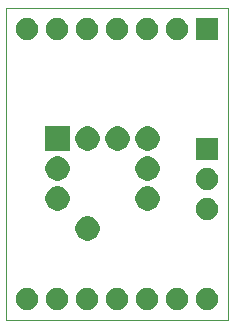
<source format=gbr>
G04 #@! TF.GenerationSoftware,KiCad,Pcbnew,(5.1.5)-3*
G04 #@! TF.CreationDate,2020-07-28T21:27:20+02:00*
G04 #@! TF.ProjectId,switch,73776974-6368-42e6-9b69-6361645f7063,rev?*
G04 #@! TF.SameCoordinates,PX18f3350PY2d4c310*
G04 #@! TF.FileFunction,Soldermask,Top*
G04 #@! TF.FilePolarity,Negative*
%FSLAX46Y46*%
G04 Gerber Fmt 4.6, Leading zero omitted, Abs format (unit mm)*
G04 Created by KiCad (PCBNEW (5.1.5)-3) date 2020-07-28 21:27:20*
%MOMM*%
%LPD*%
G04 APERTURE LIST*
%ADD10C,0.050000*%
%ADD11C,0.020000*%
G04 APERTURE END LIST*
D10*
X18796000Y26416000D02*
X0Y26416000D01*
X18796000Y0D02*
X18796000Y26416000D01*
X0Y0D02*
X18796000Y0D01*
X0Y26416000D02*
X0Y0D01*
D11*
G36*
X12211867Y2680819D02*
G01*
X12382736Y2610042D01*
X12536514Y2507291D01*
X12667291Y2376514D01*
X12770042Y2222736D01*
X12840819Y2051867D01*
X12876900Y1870474D01*
X12876900Y1685526D01*
X12840819Y1504133D01*
X12770042Y1333264D01*
X12667291Y1179486D01*
X12536514Y1048709D01*
X12382736Y945958D01*
X12211867Y875181D01*
X12030474Y839100D01*
X11845526Y839100D01*
X11664133Y875181D01*
X11493264Y945958D01*
X11339486Y1048709D01*
X11208709Y1179486D01*
X11105958Y1333264D01*
X11035181Y1504133D01*
X10999100Y1685526D01*
X10999100Y1870474D01*
X11035181Y2051867D01*
X11105958Y2222736D01*
X11208709Y2376514D01*
X11339486Y2507291D01*
X11493264Y2610042D01*
X11664133Y2680819D01*
X11845526Y2716900D01*
X12030474Y2716900D01*
X12211867Y2680819D01*
G37*
G36*
X9671867Y2680819D02*
G01*
X9842736Y2610042D01*
X9996514Y2507291D01*
X10127291Y2376514D01*
X10230042Y2222736D01*
X10300819Y2051867D01*
X10336900Y1870474D01*
X10336900Y1685526D01*
X10300819Y1504133D01*
X10230042Y1333264D01*
X10127291Y1179486D01*
X9996514Y1048709D01*
X9842736Y945958D01*
X9671867Y875181D01*
X9490474Y839100D01*
X9305526Y839100D01*
X9124133Y875181D01*
X8953264Y945958D01*
X8799486Y1048709D01*
X8668709Y1179486D01*
X8565958Y1333264D01*
X8495181Y1504133D01*
X8459100Y1685526D01*
X8459100Y1870474D01*
X8495181Y2051867D01*
X8565958Y2222736D01*
X8668709Y2376514D01*
X8799486Y2507291D01*
X8953264Y2610042D01*
X9124133Y2680819D01*
X9305526Y2716900D01*
X9490474Y2716900D01*
X9671867Y2680819D01*
G37*
G36*
X7131867Y2680819D02*
G01*
X7302736Y2610042D01*
X7456514Y2507291D01*
X7587291Y2376514D01*
X7690042Y2222736D01*
X7760819Y2051867D01*
X7796900Y1870474D01*
X7796900Y1685526D01*
X7760819Y1504133D01*
X7690042Y1333264D01*
X7587291Y1179486D01*
X7456514Y1048709D01*
X7302736Y945958D01*
X7131867Y875181D01*
X6950474Y839100D01*
X6765526Y839100D01*
X6584133Y875181D01*
X6413264Y945958D01*
X6259486Y1048709D01*
X6128709Y1179486D01*
X6025958Y1333264D01*
X5955181Y1504133D01*
X5919100Y1685526D01*
X5919100Y1870474D01*
X5955181Y2051867D01*
X6025958Y2222736D01*
X6128709Y2376514D01*
X6259486Y2507291D01*
X6413264Y2610042D01*
X6584133Y2680819D01*
X6765526Y2716900D01*
X6950474Y2716900D01*
X7131867Y2680819D01*
G37*
G36*
X4591867Y2680819D02*
G01*
X4762736Y2610042D01*
X4916514Y2507291D01*
X5047291Y2376514D01*
X5150042Y2222736D01*
X5220819Y2051867D01*
X5256900Y1870474D01*
X5256900Y1685526D01*
X5220819Y1504133D01*
X5150042Y1333264D01*
X5047291Y1179486D01*
X4916514Y1048709D01*
X4762736Y945958D01*
X4591867Y875181D01*
X4410474Y839100D01*
X4225526Y839100D01*
X4044133Y875181D01*
X3873264Y945958D01*
X3719486Y1048709D01*
X3588709Y1179486D01*
X3485958Y1333264D01*
X3415181Y1504133D01*
X3379100Y1685526D01*
X3379100Y1870474D01*
X3415181Y2051867D01*
X3485958Y2222736D01*
X3588709Y2376514D01*
X3719486Y2507291D01*
X3873264Y2610042D01*
X4044133Y2680819D01*
X4225526Y2716900D01*
X4410474Y2716900D01*
X4591867Y2680819D01*
G37*
G36*
X2051867Y2680819D02*
G01*
X2222736Y2610042D01*
X2376514Y2507291D01*
X2507291Y2376514D01*
X2610042Y2222736D01*
X2680819Y2051867D01*
X2716900Y1870474D01*
X2716900Y1685526D01*
X2680819Y1504133D01*
X2610042Y1333264D01*
X2507291Y1179486D01*
X2376514Y1048709D01*
X2222736Y945958D01*
X2051867Y875181D01*
X1870474Y839100D01*
X1685526Y839100D01*
X1504133Y875181D01*
X1333264Y945958D01*
X1179486Y1048709D01*
X1048709Y1179486D01*
X945958Y1333264D01*
X875181Y1504133D01*
X839100Y1685526D01*
X839100Y1870474D01*
X875181Y2051867D01*
X945958Y2222736D01*
X1048709Y2376514D01*
X1179486Y2507291D01*
X1333264Y2610042D01*
X1504133Y2680819D01*
X1685526Y2716900D01*
X1870474Y2716900D01*
X2051867Y2680819D01*
G37*
G36*
X17291867Y2680819D02*
G01*
X17462736Y2610042D01*
X17616514Y2507291D01*
X17747291Y2376514D01*
X17850042Y2222736D01*
X17920819Y2051867D01*
X17956900Y1870474D01*
X17956900Y1685526D01*
X17920819Y1504133D01*
X17850042Y1333264D01*
X17747291Y1179486D01*
X17616514Y1048709D01*
X17462736Y945958D01*
X17291867Y875181D01*
X17110474Y839100D01*
X16925526Y839100D01*
X16744133Y875181D01*
X16573264Y945958D01*
X16419486Y1048709D01*
X16288709Y1179486D01*
X16185958Y1333264D01*
X16115181Y1504133D01*
X16079100Y1685526D01*
X16079100Y1870474D01*
X16115181Y2051867D01*
X16185958Y2222736D01*
X16288709Y2376514D01*
X16419486Y2507291D01*
X16573264Y2610042D01*
X16744133Y2680819D01*
X16925526Y2716900D01*
X17110474Y2716900D01*
X17291867Y2680819D01*
G37*
G36*
X14751867Y2680819D02*
G01*
X14922736Y2610042D01*
X15076514Y2507291D01*
X15207291Y2376514D01*
X15310042Y2222736D01*
X15380819Y2051867D01*
X15416900Y1870474D01*
X15416900Y1685526D01*
X15380819Y1504133D01*
X15310042Y1333264D01*
X15207291Y1179486D01*
X15076514Y1048709D01*
X14922736Y945958D01*
X14751867Y875181D01*
X14570474Y839100D01*
X14385526Y839100D01*
X14204133Y875181D01*
X14033264Y945958D01*
X13879486Y1048709D01*
X13748709Y1179486D01*
X13645958Y1333264D01*
X13575181Y1504133D01*
X13539100Y1685526D01*
X13539100Y1870474D01*
X13575181Y2051867D01*
X13645958Y2222736D01*
X13748709Y2376514D01*
X13879486Y2507291D01*
X14033264Y2610042D01*
X14204133Y2680819D01*
X14385526Y2716900D01*
X14570474Y2716900D01*
X14751867Y2680819D01*
G37*
G36*
X7213533Y8745977D02*
G01*
X7213535Y8745976D01*
X7213536Y8745976D01*
X7400074Y8668709D01*
X7402604Y8667661D01*
X7572762Y8553965D01*
X7717465Y8409262D01*
X7831161Y8239104D01*
X7909477Y8050033D01*
X7949400Y7849323D01*
X7949400Y7644677D01*
X7909477Y7443967D01*
X7831161Y7254896D01*
X7717465Y7084738D01*
X7572762Y6940035D01*
X7402604Y6826339D01*
X7213536Y6748024D01*
X7213535Y6748024D01*
X7213533Y6748023D01*
X7012823Y6708100D01*
X6808177Y6708100D01*
X6607467Y6748023D01*
X6607465Y6748024D01*
X6607464Y6748024D01*
X6418396Y6826339D01*
X6248238Y6940035D01*
X6103535Y7084738D01*
X5989839Y7254896D01*
X5911523Y7443967D01*
X5871600Y7644677D01*
X5871600Y7849323D01*
X5911523Y8050033D01*
X5989839Y8239104D01*
X6103535Y8409262D01*
X6248238Y8553965D01*
X6418396Y8667661D01*
X6420926Y8668709D01*
X6607464Y8745976D01*
X6607465Y8745976D01*
X6607467Y8745977D01*
X6808177Y8785900D01*
X7012823Y8785900D01*
X7213533Y8745977D01*
G37*
G36*
X17291867Y10300819D02*
G01*
X17462736Y10230042D01*
X17616514Y10127291D01*
X17747291Y9996514D01*
X17850042Y9842736D01*
X17920819Y9671867D01*
X17956900Y9490474D01*
X17956900Y9305526D01*
X17920819Y9124133D01*
X17850042Y8953264D01*
X17747291Y8799486D01*
X17616514Y8668709D01*
X17462736Y8565958D01*
X17291867Y8495181D01*
X17110474Y8459100D01*
X16925526Y8459100D01*
X16744133Y8495181D01*
X16573264Y8565958D01*
X16419486Y8668709D01*
X16288709Y8799486D01*
X16185958Y8953264D01*
X16115181Y9124133D01*
X16079100Y9305526D01*
X16079100Y9490474D01*
X16115181Y9671867D01*
X16185958Y9842736D01*
X16288709Y9996514D01*
X16419486Y10127291D01*
X16573264Y10230042D01*
X16744133Y10300819D01*
X16925526Y10336900D01*
X17110474Y10336900D01*
X17291867Y10300819D01*
G37*
G36*
X12293533Y11285977D02*
G01*
X12293535Y11285976D01*
X12293536Y11285976D01*
X12480074Y11208709D01*
X12482604Y11207661D01*
X12652762Y11093965D01*
X12797465Y10949262D01*
X12911161Y10779104D01*
X12989477Y10590033D01*
X13029400Y10389323D01*
X13029400Y10184677D01*
X12989477Y9983967D01*
X12911161Y9794896D01*
X12797465Y9624738D01*
X12652762Y9480035D01*
X12482604Y9366339D01*
X12293536Y9288024D01*
X12293535Y9288024D01*
X12293533Y9288023D01*
X12092823Y9248100D01*
X11888177Y9248100D01*
X11687467Y9288023D01*
X11687465Y9288024D01*
X11687464Y9288024D01*
X11498396Y9366339D01*
X11328238Y9480035D01*
X11183535Y9624738D01*
X11069839Y9794896D01*
X10991523Y9983967D01*
X10951600Y10184677D01*
X10951600Y10389323D01*
X10991523Y10590033D01*
X11069839Y10779104D01*
X11183535Y10949262D01*
X11328238Y11093965D01*
X11498396Y11207661D01*
X11500926Y11208709D01*
X11687464Y11285976D01*
X11687465Y11285976D01*
X11687467Y11285977D01*
X11888177Y11325900D01*
X12092823Y11325900D01*
X12293533Y11285977D01*
G37*
G36*
X4673533Y11285977D02*
G01*
X4673535Y11285976D01*
X4673536Y11285976D01*
X4860074Y11208709D01*
X4862604Y11207661D01*
X5032762Y11093965D01*
X5177465Y10949262D01*
X5291161Y10779104D01*
X5369477Y10590033D01*
X5409400Y10389323D01*
X5409400Y10184677D01*
X5369477Y9983967D01*
X5291161Y9794896D01*
X5177465Y9624738D01*
X5032762Y9480035D01*
X4862604Y9366339D01*
X4673536Y9288024D01*
X4673535Y9288024D01*
X4673533Y9288023D01*
X4472823Y9248100D01*
X4268177Y9248100D01*
X4067467Y9288023D01*
X4067465Y9288024D01*
X4067464Y9288024D01*
X3878396Y9366339D01*
X3708238Y9480035D01*
X3563535Y9624738D01*
X3449839Y9794896D01*
X3371523Y9983967D01*
X3331600Y10184677D01*
X3331600Y10389323D01*
X3371523Y10590033D01*
X3449839Y10779104D01*
X3563535Y10949262D01*
X3708238Y11093965D01*
X3878396Y11207661D01*
X3880926Y11208709D01*
X4067464Y11285976D01*
X4067465Y11285976D01*
X4067467Y11285977D01*
X4268177Y11325900D01*
X4472823Y11325900D01*
X4673533Y11285977D01*
G37*
G36*
X17291867Y12840819D02*
G01*
X17462736Y12770042D01*
X17616514Y12667291D01*
X17747291Y12536514D01*
X17850042Y12382736D01*
X17920819Y12211867D01*
X17956900Y12030474D01*
X17956900Y11845526D01*
X17920819Y11664133D01*
X17850042Y11493264D01*
X17747291Y11339486D01*
X17616514Y11208709D01*
X17462736Y11105958D01*
X17291867Y11035181D01*
X17110474Y10999100D01*
X16925526Y10999100D01*
X16744133Y11035181D01*
X16573264Y11105958D01*
X16419486Y11208709D01*
X16288709Y11339486D01*
X16185958Y11493264D01*
X16115181Y11664133D01*
X16079100Y11845526D01*
X16079100Y12030474D01*
X16115181Y12211867D01*
X16185958Y12382736D01*
X16288709Y12536514D01*
X16419486Y12667291D01*
X16573264Y12770042D01*
X16744133Y12840819D01*
X16925526Y12876900D01*
X17110474Y12876900D01*
X17291867Y12840819D01*
G37*
G36*
X12293533Y13825977D02*
G01*
X12293535Y13825976D01*
X12293536Y13825976D01*
X12482604Y13747661D01*
X12652762Y13633965D01*
X12797465Y13489262D01*
X12911161Y13319104D01*
X12989477Y13130033D01*
X13029400Y12929323D01*
X13029400Y12724677D01*
X12989477Y12523967D01*
X12911161Y12334896D01*
X12797465Y12164738D01*
X12652762Y12020035D01*
X12482604Y11906339D01*
X12293536Y11828024D01*
X12293535Y11828024D01*
X12293533Y11828023D01*
X12092823Y11788100D01*
X11888177Y11788100D01*
X11687467Y11828023D01*
X11687465Y11828024D01*
X11687464Y11828024D01*
X11498396Y11906339D01*
X11328238Y12020035D01*
X11183535Y12164738D01*
X11069839Y12334896D01*
X10991523Y12523967D01*
X10951600Y12724677D01*
X10951600Y12929323D01*
X10991523Y13130033D01*
X11069839Y13319104D01*
X11183535Y13489262D01*
X11328238Y13633965D01*
X11498396Y13747661D01*
X11687464Y13825976D01*
X11687465Y13825976D01*
X11687467Y13825977D01*
X11888177Y13865900D01*
X12092823Y13865900D01*
X12293533Y13825977D01*
G37*
G36*
X4673533Y13825977D02*
G01*
X4673535Y13825976D01*
X4673536Y13825976D01*
X4862604Y13747661D01*
X5032762Y13633965D01*
X5177465Y13489262D01*
X5291161Y13319104D01*
X5369477Y13130033D01*
X5409400Y12929323D01*
X5409400Y12724677D01*
X5369477Y12523967D01*
X5291161Y12334896D01*
X5177465Y12164738D01*
X5032762Y12020035D01*
X4862604Y11906339D01*
X4673536Y11828024D01*
X4673535Y11828024D01*
X4673533Y11828023D01*
X4472823Y11788100D01*
X4268177Y11788100D01*
X4067467Y11828023D01*
X4067465Y11828024D01*
X4067464Y11828024D01*
X3878396Y11906339D01*
X3708238Y12020035D01*
X3563535Y12164738D01*
X3449839Y12334896D01*
X3371523Y12523967D01*
X3331600Y12724677D01*
X3331600Y12929323D01*
X3371523Y13130033D01*
X3449839Y13319104D01*
X3563535Y13489262D01*
X3708238Y13633965D01*
X3878396Y13747661D01*
X4067464Y13825976D01*
X4067465Y13825976D01*
X4067467Y13825977D01*
X4268177Y13865900D01*
X4472823Y13865900D01*
X4673533Y13825977D01*
G37*
G36*
X17956900Y13539100D02*
G01*
X16079100Y13539100D01*
X16079100Y15416900D01*
X17956900Y15416900D01*
X17956900Y13539100D01*
G37*
G36*
X5409400Y14328100D02*
G01*
X3331600Y14328100D01*
X3331600Y16405900D01*
X5409400Y16405900D01*
X5409400Y14328100D01*
G37*
G36*
X12293533Y16365977D02*
G01*
X12293535Y16365976D01*
X12293536Y16365976D01*
X12482604Y16287661D01*
X12652762Y16173965D01*
X12797465Y16029262D01*
X12911161Y15859104D01*
X12989477Y15670033D01*
X13029400Y15469323D01*
X13029400Y15264677D01*
X12989477Y15063967D01*
X12911161Y14874896D01*
X12797465Y14704738D01*
X12652762Y14560035D01*
X12482604Y14446339D01*
X12293536Y14368024D01*
X12293535Y14368024D01*
X12293533Y14368023D01*
X12092823Y14328100D01*
X11888177Y14328100D01*
X11687467Y14368023D01*
X11687465Y14368024D01*
X11687464Y14368024D01*
X11498396Y14446339D01*
X11328238Y14560035D01*
X11183535Y14704738D01*
X11069839Y14874896D01*
X10991523Y15063967D01*
X10951600Y15264677D01*
X10951600Y15469323D01*
X10991523Y15670033D01*
X11069839Y15859104D01*
X11183535Y16029262D01*
X11328238Y16173965D01*
X11498396Y16287661D01*
X11687464Y16365976D01*
X11687465Y16365976D01*
X11687467Y16365977D01*
X11888177Y16405900D01*
X12092823Y16405900D01*
X12293533Y16365977D01*
G37*
G36*
X9753533Y16365977D02*
G01*
X9753535Y16365976D01*
X9753536Y16365976D01*
X9942604Y16287661D01*
X10112762Y16173965D01*
X10257465Y16029262D01*
X10371161Y15859104D01*
X10449477Y15670033D01*
X10489400Y15469323D01*
X10489400Y15264677D01*
X10449477Y15063967D01*
X10371161Y14874896D01*
X10257465Y14704738D01*
X10112762Y14560035D01*
X9942604Y14446339D01*
X9753536Y14368024D01*
X9753535Y14368024D01*
X9753533Y14368023D01*
X9552823Y14328100D01*
X9348177Y14328100D01*
X9147467Y14368023D01*
X9147465Y14368024D01*
X9147464Y14368024D01*
X8958396Y14446339D01*
X8788238Y14560035D01*
X8643535Y14704738D01*
X8529839Y14874896D01*
X8451523Y15063967D01*
X8411600Y15264677D01*
X8411600Y15469323D01*
X8451523Y15670033D01*
X8529839Y15859104D01*
X8643535Y16029262D01*
X8788238Y16173965D01*
X8958396Y16287661D01*
X9147464Y16365976D01*
X9147465Y16365976D01*
X9147467Y16365977D01*
X9348177Y16405900D01*
X9552823Y16405900D01*
X9753533Y16365977D01*
G37*
G36*
X7213533Y16365977D02*
G01*
X7213535Y16365976D01*
X7213536Y16365976D01*
X7402604Y16287661D01*
X7572762Y16173965D01*
X7717465Y16029262D01*
X7831161Y15859104D01*
X7909477Y15670033D01*
X7949400Y15469323D01*
X7949400Y15264677D01*
X7909477Y15063967D01*
X7831161Y14874896D01*
X7717465Y14704738D01*
X7572762Y14560035D01*
X7402604Y14446339D01*
X7213536Y14368024D01*
X7213535Y14368024D01*
X7213533Y14368023D01*
X7012823Y14328100D01*
X6808177Y14328100D01*
X6607467Y14368023D01*
X6607465Y14368024D01*
X6607464Y14368024D01*
X6418396Y14446339D01*
X6248238Y14560035D01*
X6103535Y14704738D01*
X5989839Y14874896D01*
X5911523Y15063967D01*
X5871600Y15264677D01*
X5871600Y15469323D01*
X5911523Y15670033D01*
X5989839Y15859104D01*
X6103535Y16029262D01*
X6248238Y16173965D01*
X6418396Y16287661D01*
X6607464Y16365976D01*
X6607465Y16365976D01*
X6607467Y16365977D01*
X6808177Y16405900D01*
X7012823Y16405900D01*
X7213533Y16365977D01*
G37*
G36*
X12211867Y25540819D02*
G01*
X12382736Y25470042D01*
X12536514Y25367291D01*
X12667291Y25236514D01*
X12770042Y25082736D01*
X12840819Y24911867D01*
X12876900Y24730474D01*
X12876900Y24545526D01*
X12840819Y24364133D01*
X12770042Y24193264D01*
X12667291Y24039486D01*
X12536514Y23908709D01*
X12382736Y23805958D01*
X12211867Y23735181D01*
X12030474Y23699100D01*
X11845526Y23699100D01*
X11664133Y23735181D01*
X11493264Y23805958D01*
X11339486Y23908709D01*
X11208709Y24039486D01*
X11105958Y24193264D01*
X11035181Y24364133D01*
X10999100Y24545526D01*
X10999100Y24730474D01*
X11035181Y24911867D01*
X11105958Y25082736D01*
X11208709Y25236514D01*
X11339486Y25367291D01*
X11493264Y25470042D01*
X11664133Y25540819D01*
X11845526Y25576900D01*
X12030474Y25576900D01*
X12211867Y25540819D01*
G37*
G36*
X2051867Y25540819D02*
G01*
X2222736Y25470042D01*
X2376514Y25367291D01*
X2507291Y25236514D01*
X2610042Y25082736D01*
X2680819Y24911867D01*
X2716900Y24730474D01*
X2716900Y24545526D01*
X2680819Y24364133D01*
X2610042Y24193264D01*
X2507291Y24039486D01*
X2376514Y23908709D01*
X2222736Y23805958D01*
X2051867Y23735181D01*
X1870474Y23699100D01*
X1685526Y23699100D01*
X1504133Y23735181D01*
X1333264Y23805958D01*
X1179486Y23908709D01*
X1048709Y24039486D01*
X945958Y24193264D01*
X875181Y24364133D01*
X839100Y24545526D01*
X839100Y24730474D01*
X875181Y24911867D01*
X945958Y25082736D01*
X1048709Y25236514D01*
X1179486Y25367291D01*
X1333264Y25470042D01*
X1504133Y25540819D01*
X1685526Y25576900D01*
X1870474Y25576900D01*
X2051867Y25540819D01*
G37*
G36*
X4591867Y25540819D02*
G01*
X4762736Y25470042D01*
X4916514Y25367291D01*
X5047291Y25236514D01*
X5150042Y25082736D01*
X5220819Y24911867D01*
X5256900Y24730474D01*
X5256900Y24545526D01*
X5220819Y24364133D01*
X5150042Y24193264D01*
X5047291Y24039486D01*
X4916514Y23908709D01*
X4762736Y23805958D01*
X4591867Y23735181D01*
X4410474Y23699100D01*
X4225526Y23699100D01*
X4044133Y23735181D01*
X3873264Y23805958D01*
X3719486Y23908709D01*
X3588709Y24039486D01*
X3485958Y24193264D01*
X3415181Y24364133D01*
X3379100Y24545526D01*
X3379100Y24730474D01*
X3415181Y24911867D01*
X3485958Y25082736D01*
X3588709Y25236514D01*
X3719486Y25367291D01*
X3873264Y25470042D01*
X4044133Y25540819D01*
X4225526Y25576900D01*
X4410474Y25576900D01*
X4591867Y25540819D01*
G37*
G36*
X7131867Y25540819D02*
G01*
X7302736Y25470042D01*
X7456514Y25367291D01*
X7587291Y25236514D01*
X7690042Y25082736D01*
X7760819Y24911867D01*
X7796900Y24730474D01*
X7796900Y24545526D01*
X7760819Y24364133D01*
X7690042Y24193264D01*
X7587291Y24039486D01*
X7456514Y23908709D01*
X7302736Y23805958D01*
X7131867Y23735181D01*
X6950474Y23699100D01*
X6765526Y23699100D01*
X6584133Y23735181D01*
X6413264Y23805958D01*
X6259486Y23908709D01*
X6128709Y24039486D01*
X6025958Y24193264D01*
X5955181Y24364133D01*
X5919100Y24545526D01*
X5919100Y24730474D01*
X5955181Y24911867D01*
X6025958Y25082736D01*
X6128709Y25236514D01*
X6259486Y25367291D01*
X6413264Y25470042D01*
X6584133Y25540819D01*
X6765526Y25576900D01*
X6950474Y25576900D01*
X7131867Y25540819D01*
G37*
G36*
X9671867Y25540819D02*
G01*
X9842736Y25470042D01*
X9996514Y25367291D01*
X10127291Y25236514D01*
X10230042Y25082736D01*
X10300819Y24911867D01*
X10336900Y24730474D01*
X10336900Y24545526D01*
X10300819Y24364133D01*
X10230042Y24193264D01*
X10127291Y24039486D01*
X9996514Y23908709D01*
X9842736Y23805958D01*
X9671867Y23735181D01*
X9490474Y23699100D01*
X9305526Y23699100D01*
X9124133Y23735181D01*
X8953264Y23805958D01*
X8799486Y23908709D01*
X8668709Y24039486D01*
X8565958Y24193264D01*
X8495181Y24364133D01*
X8459100Y24545526D01*
X8459100Y24730474D01*
X8495181Y24911867D01*
X8565958Y25082736D01*
X8668709Y25236514D01*
X8799486Y25367291D01*
X8953264Y25470042D01*
X9124133Y25540819D01*
X9305526Y25576900D01*
X9490474Y25576900D01*
X9671867Y25540819D01*
G37*
G36*
X14751867Y25540819D02*
G01*
X14922736Y25470042D01*
X15076514Y25367291D01*
X15207291Y25236514D01*
X15310042Y25082736D01*
X15380819Y24911867D01*
X15416900Y24730474D01*
X15416900Y24545526D01*
X15380819Y24364133D01*
X15310042Y24193264D01*
X15207291Y24039486D01*
X15076514Y23908709D01*
X14922736Y23805958D01*
X14751867Y23735181D01*
X14570474Y23699100D01*
X14385526Y23699100D01*
X14204133Y23735181D01*
X14033264Y23805958D01*
X13879486Y23908709D01*
X13748709Y24039486D01*
X13645958Y24193264D01*
X13575181Y24364133D01*
X13539100Y24545526D01*
X13539100Y24730474D01*
X13575181Y24911867D01*
X13645958Y25082736D01*
X13748709Y25236514D01*
X13879486Y25367291D01*
X14033264Y25470042D01*
X14204133Y25540819D01*
X14385526Y25576900D01*
X14570474Y25576900D01*
X14751867Y25540819D01*
G37*
G36*
X17956900Y23699100D02*
G01*
X16079100Y23699100D01*
X16079100Y25576900D01*
X17956900Y25576900D01*
X17956900Y23699100D01*
G37*
M02*

</source>
